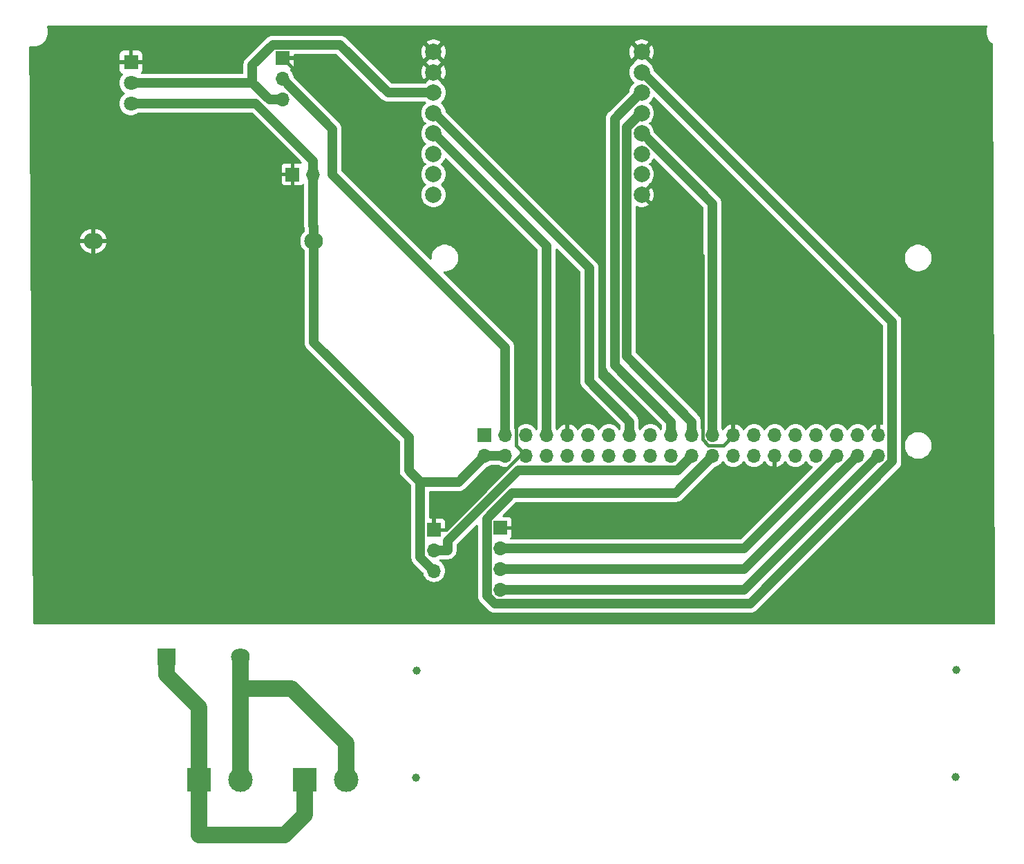
<source format=gbr>
%TF.GenerationSoftware,KiCad,Pcbnew,8.0.0*%
%TF.CreationDate,2024-08-20T19:28:26+02:00*%
%TF.ProjectId,MK1,4d4b312e-6b69-4636-9164-5f7063625858,rev?*%
%TF.SameCoordinates,Original*%
%TF.FileFunction,Copper,L2,Bot*%
%TF.FilePolarity,Positive*%
%FSLAX46Y46*%
G04 Gerber Fmt 4.6, Leading zero omitted, Abs format (unit mm)*
G04 Created by KiCad (PCBNEW 8.0.0) date 2024-08-20 19:28:26*
%MOMM*%
%LPD*%
G01*
G04 APERTURE LIST*
%TA.AperFunction,ComponentPad*%
%ADD10O,1.700000X1.700000*%
%TD*%
%TA.AperFunction,ComponentPad*%
%ADD11R,1.700000X1.700000*%
%TD*%
%TA.AperFunction,ComponentPad*%
%ADD12C,2.000000*%
%TD*%
%TA.AperFunction,ComponentPad*%
%ADD13C,3.000000*%
%TD*%
%TA.AperFunction,ComponentPad*%
%ADD14R,3.000000X3.000000*%
%TD*%
%TA.AperFunction,ComponentPad*%
%ADD15C,1.800000*%
%TD*%
%TA.AperFunction,ComponentPad*%
%ADD16R,1.800000X1.800000*%
%TD*%
%TA.AperFunction,ComponentPad*%
%ADD17O,2.300000X2.000000*%
%TD*%
%TA.AperFunction,ComponentPad*%
%ADD18R,2.300000X2.000000*%
%TD*%
%TA.AperFunction,ComponentPad*%
%ADD19C,1.000000*%
%TD*%
%TA.AperFunction,Conductor*%
%ADD20C,0.400000*%
%TD*%
%TA.AperFunction,Conductor*%
%ADD21C,1.200000*%
%TD*%
%TA.AperFunction,Conductor*%
%ADD22C,2.000000*%
%TD*%
G04 APERTURE END LIST*
D10*
%TO.P,3.3V_Relais1,1,3.3V*%
%TO.N,Net-(3.3V_Relais1-3.3V)*%
X61450000Y-27680000D03*
%TO.P,3.3V_Relais1,2,GPIO*%
%TO.N,Net-(3.3V_Relais1-GPIO)*%
X61450000Y-25140000D03*
D11*
%TO.P,3.3V_Relais1,3,GND*%
%TO.N,GND*%
X61450000Y-22600000D03*
%TD*%
D10*
%TO.P,power_out1,2,DC5V*%
%TO.N,Net-(PS1-+Vout)*%
X65195000Y-36835000D03*
D11*
%TO.P,power_out1,1,GND*%
%TO.N,GND*%
X62655000Y-36835000D03*
%TD*%
D10*
%TO.P,J1,40,GPIO21/SCLK1*%
%TO.N,Net-(J1-GPIO21{slash}SCLK1)*%
X134447500Y-71337500D03*
%TO.P,J1,39,GND*%
%TO.N,GND*%
X134447500Y-68797500D03*
%TO.P,J1,38,GPIO20/MOSI1*%
%TO.N,Net-(J1-GPIO20{slash}MOSI1)*%
X131907500Y-71337500D03*
%TO.P,J1,37,GPIO26*%
%TO.N,unconnected-(J1-GPIO26-Pad37)*%
X131907500Y-68797500D03*
%TO.P,J1,36,GPIO16*%
%TO.N,Net-(J1-GPIO16)*%
X129367500Y-71337500D03*
%TO.P,J1,35,GPIO19/MISO1*%
%TO.N,unconnected-(J1-GPIO19{slash}MISO1-Pad35)*%
X129367500Y-68797500D03*
%TO.P,J1,34,GND*%
%TO.N,GND*%
X126827500Y-71337500D03*
%TO.P,J1,33,PWM1/GPIO13*%
%TO.N,unconnected-(J1-PWM1{slash}GPIO13-Pad33)*%
X126827500Y-68797500D03*
%TO.P,J1,32,PWM0/GPIO12*%
%TO.N,unconnected-(J1-PWM0{slash}GPIO12-Pad32)*%
X124287500Y-71337500D03*
%TO.P,J1,31,GCLK2/GPIO6*%
%TO.N,unconnected-(J1-GCLK2{slash}GPIO6-Pad31)*%
X124287500Y-68797500D03*
%TO.P,J1,30,GND*%
%TO.N,GND*%
X121747500Y-71337500D03*
%TO.P,J1,29,GCLK1/GPIO5*%
%TO.N,unconnected-(J1-GCLK1{slash}GPIO5-Pad29)*%
X121747500Y-68797500D03*
%TO.P,J1,28,ID_SC/GPIO1*%
%TO.N,unconnected-(J1-ID_SC{slash}GPIO1-Pad28)*%
X119207500Y-71337500D03*
%TO.P,J1,27,ID_SD/GPIO0*%
%TO.N,unconnected-(J1-ID_SD{slash}GPIO0-Pad27)*%
X119207500Y-68797500D03*
%TO.P,J1,26,~{CE1}/GPIO7*%
%TO.N,unconnected-(J1-~{CE1}{slash}GPIO7-Pad26)*%
X116667500Y-71337500D03*
%TO.P,J1,25,GND*%
%TO.N,GND*%
X116667500Y-68797500D03*
%TO.P,J1,24,~{CE0}/GPIO8*%
%TO.N,Net-(J1-~{CE0}{slash}GPIO8)*%
X114127500Y-71337500D03*
%TO.P,J1,23,SCLK0/GPIO11*%
%TO.N,Net-(J1-SCLK0{slash}GPIO11)*%
X114127500Y-68797500D03*
%TO.P,J1,22,GPIO25*%
%TO.N,Net-(J1-GPIO25)*%
X111587500Y-71337500D03*
%TO.P,J1,21,MISO0/GPIO9*%
%TO.N,Net-(J1-MISO0{slash}GPIO9)*%
X111587500Y-68797500D03*
%TO.P,J1,20,GND*%
%TO.N,GND*%
X109047500Y-71337500D03*
%TO.P,J1,19,MOSI0/GPIO10*%
%TO.N,Net-(J1-MOSI0{slash}GPIO10)*%
X109047500Y-68797500D03*
%TO.P,J1,18,GPIO24*%
%TO.N,unconnected-(J1-GPIO24-Pad18)*%
X106507500Y-71337500D03*
%TO.P,J1,17,3V3*%
%TO.N,Net-(J1-3V3-Pad1)*%
X106507500Y-68797500D03*
%TO.P,J1,16,GPIO23*%
%TO.N,unconnected-(J1-GPIO23-Pad16)*%
X103967500Y-71337500D03*
%TO.P,J1,15,GPIO22*%
%TO.N,Net-(J1-GPIO22)*%
X103967500Y-68797500D03*
%TO.P,J1,14,GND*%
%TO.N,GND*%
X101427500Y-71337500D03*
%TO.P,J1,13,GPIO27*%
%TO.N,unconnected-(J1-GPIO27-Pad13)*%
X101427500Y-68797500D03*
%TO.P,J1,12,GPIO18/PWM0*%
%TO.N,unconnected-(J1-GPIO18{slash}PWM0-Pad12)*%
X98887500Y-71337500D03*
%TO.P,J1,11,GPIO17*%
%TO.N,unconnected-(J1-GPIO17-Pad11)*%
X98887500Y-68797500D03*
%TO.P,J1,10,GPIO15/RXD*%
%TO.N,unconnected-(J1-GPIO15{slash}RXD-Pad10)*%
X96347500Y-71337500D03*
%TO.P,J1,9,GND*%
%TO.N,GND*%
X96347500Y-68797500D03*
%TO.P,J1,8,GPIO14/TXD*%
%TO.N,unconnected-(J1-GPIO14{slash}TXD-Pad8)*%
X93807500Y-71337500D03*
%TO.P,J1,7,GCLK0/GPIO4*%
%TO.N,Net-(J1-GCLK0{slash}GPIO4)*%
X93807500Y-68797500D03*
%TO.P,J1,6,GND*%
%TO.N,GND*%
X91267500Y-71337500D03*
%TO.P,J1,5,SCL/GPIO3*%
%TO.N,unconnected-(J1-SCL{slash}GPIO3-Pad5)*%
X91267500Y-68797500D03*
%TO.P,J1,4,5V*%
%TO.N,Net-(PS1-+Vout)*%
X88727500Y-71337500D03*
%TO.P,J1,3,SDA/GPIO2*%
%TO.N,Net-(3.3V_Relais1-GPIO)*%
X88727500Y-68797500D03*
%TO.P,J1,2,5V*%
%TO.N,Net-(PS1-+Vout)*%
X86187500Y-71337500D03*
D11*
%TO.P,J1,1,3V3*%
%TO.N,Net-(J1-3V3-Pad1)*%
X86187500Y-68797500D03*
%TD*%
D12*
%TO.P,LoRa-module1,16,GND*%
%TO.N,GND*%
X105420000Y-21820000D03*
%TO.P,LoRa-module1,15,~{NSS}*%
%TO.N,Net-(J1-~{CE0}{slash}GPIO8)*%
X105420000Y-24320000D03*
%TO.P,LoRa-module1,14,MOSI*%
%TO.N,Net-(J1-MOSI0{slash}GPIO10)*%
X105420000Y-26820000D03*
%TO.P,LoRa-module1,13,MISO*%
%TO.N,Net-(J1-MISO0{slash}GPIO9)*%
X105420000Y-29320000D03*
%TO.P,LoRa-module1,12,SCK*%
%TO.N,Net-(J1-SCLK0{slash}GPIO11)*%
X105420000Y-31820000D03*
%TO.P,LoRa-module1,11,DIO5*%
%TO.N,unconnected-(LoRa-module1-DIO5-Pad11)*%
X105420000Y-34320000D03*
%TO.P,LoRa-module1,10,DIO4*%
%TO.N,unconnected-(LoRa-module1-DIO4-Pad10)*%
X105420000Y-36820000D03*
%TO.P,LoRa-module1,9,GND*%
%TO.N,GND*%
X105420000Y-39320000D03*
%TO.P,LoRa-module1,8,DIO3*%
%TO.N,unconnected-(LoRa-module1-DIO3-Pad8)*%
X79920000Y-39320000D03*
%TO.P,LoRa-module1,7,DIO2*%
%TO.N,unconnected-(LoRa-module1-DIO2-Pad7)*%
X79920000Y-36820000D03*
%TO.P,LoRa-module1,6,DIO1*%
%TO.N,unconnected-(LoRa-module1-DIO1-Pad6)*%
X79920000Y-34320000D03*
%TO.P,LoRa-module1,5,DIO0*%
%TO.N,Net-(J1-GCLK0{slash}GPIO4)*%
X79920000Y-31820000D03*
%TO.P,LoRa-module1,4,~{RESET}*%
%TO.N,Net-(J1-GPIO22)*%
X79920000Y-29320000D03*
%TO.P,LoRa-module1,3,VDD*%
%TO.N,Net-(3.3V_Relais1-3.3V)*%
X79920000Y-26820000D03*
%TO.P,LoRa-module1,2,GND*%
%TO.N,GND*%
X79920000Y-24320000D03*
%TO.P,LoRa-module1,1,GND*%
X79920000Y-21820000D03*
%TD*%
D13*
%TO.P,AC220V_inlet1,2,N*%
%TO.N,Net-(AC220V_inlet1-N)*%
X56250000Y-111060000D03*
D14*
%TO.P,AC220V_inlet1,1,AC*%
%TO.N,Net-(AC220V_inlet1-AC)*%
X51170000Y-111060000D03*
%TD*%
D15*
%TO.P,U2,3,5V_IN*%
%TO.N,Net-(PS1-+Vout)*%
X42845000Y-28155000D03*
%TO.P,U2,2,3.3V_OUT*%
%TO.N,Net-(3.3V_Relais1-3.3V)*%
X42845000Y-25615000D03*
D16*
%TO.P,U2,1,GND*%
%TO.N,GND*%
X42845000Y-23075000D03*
%TD*%
D10*
%TO.P,LED_traffic_light1,4,G*%
%TO.N,Net-(J1-GPIO21{slash}SCLK1)*%
X88120000Y-87800000D03*
%TO.P,LED_traffic_light1,3,Y*%
%TO.N,Net-(J1-GPIO20{slash}MOSI1)*%
X88120000Y-85260000D03*
%TO.P,LED_traffic_light1,2,R*%
%TO.N,Net-(J1-GPIO16)*%
X88120000Y-82720000D03*
D11*
%TO.P,LED_traffic_light1,1,GND*%
%TO.N,GND*%
X88120000Y-80180000D03*
%TD*%
D17*
%TO.P,PS1,4,+Vout*%
%TO.N,Net-(PS1-+Vout)*%
X65242500Y-44997500D03*
%TO.P,PS1,3,-Vout*%
%TO.N,GND*%
X38242500Y-44997500D03*
%TO.P,PS1,2,AC/N*%
%TO.N,Net-(AC220V_inlet1-N)*%
X56242500Y-95997500D03*
D18*
%TO.P,PS1,1,AC/L*%
%TO.N,Net-(AC220V_inlet1-AC)*%
X47242500Y-95997500D03*
%TD*%
D13*
%TO.P,AC220V_outlet1,2,N*%
%TO.N,Net-(AC220V_inlet1-N)*%
X69250000Y-111060000D03*
D14*
%TO.P,AC220V_outlet1,1,AC*%
%TO.N,Net-(AC220V_inlet1-AC)*%
X64170000Y-111060000D03*
%TD*%
D19*
%TO.P,REF\u002A\u002A,4*%
%TO.N,N/C*%
X143890000Y-110690000D03*
%TO.P,REF\u002A\u002A,3*%
X143990000Y-97590000D03*
%TO.P,REF\u002A\u002A,2*%
X77790000Y-110790000D03*
%TO.P,REF\u002A\u002A,1*%
X77890000Y-97690000D03*
%TD*%
D10*
%TO.P,temperature_sensor1,3,V_{DD}*%
%TO.N,Net-(PS1-+Vout)*%
X79990000Y-85435000D03*
%TO.P,temperature_sensor1,2,DQ*%
%TO.N,Net-(J1-GPIO25)*%
X79990000Y-82895000D03*
D11*
%TO.P,temperature_sensor1,1,GND*%
%TO.N,GND*%
X79990000Y-80355000D03*
%TD*%
D20*
%TO.N,GND*%
X112877500Y-46777500D02*
X105420000Y-39320000D01*
X115417500Y-70047500D02*
X113609733Y-70047500D01*
X113609733Y-70047500D02*
X112877500Y-69315267D01*
X112877500Y-69315267D02*
X112877500Y-46777500D01*
X116667500Y-68797500D02*
X115417500Y-70047500D01*
X81477767Y-80355000D02*
X79990000Y-80355000D01*
X91267500Y-71337500D02*
X90495267Y-71337500D01*
X90495267Y-71337500D02*
X81477767Y-80355000D01*
X76040000Y-37190000D02*
X61450000Y-22600000D01*
X80160101Y-41580000D02*
X76040000Y-41580000D01*
X84830000Y-47999060D02*
X84830000Y-41560000D01*
X89990000Y-58060000D02*
X89990000Y-53159060D01*
X90017500Y-58087500D02*
X89990000Y-58060000D01*
X84830000Y-41560000D02*
X80180101Y-41560000D01*
X76040000Y-41580000D02*
X76040000Y-37190000D01*
X90017500Y-70087500D02*
X90017500Y-58087500D01*
X89990000Y-53159060D02*
X84830000Y-47999060D01*
X80180101Y-41560000D02*
X80160101Y-41580000D01*
X91267500Y-71337500D02*
X90017500Y-70087500D01*
D21*
%TO.N,Net-(PS1-+Vout)*%
X65242500Y-57424300D02*
X65242500Y-44997500D01*
X76880000Y-73096400D02*
X76880000Y-69061800D01*
X76880000Y-69061800D02*
X65242500Y-57424300D01*
X78295100Y-74511500D02*
X76880000Y-73096400D01*
X78323600Y-74540000D02*
X78295100Y-74511500D01*
X82985000Y-74540000D02*
X78323600Y-74540000D01*
X86187500Y-71337500D02*
X82985000Y-74540000D01*
D22*
%TO.N,Net-(AC220V_inlet1-AC)*%
X47242500Y-98199200D02*
X51170000Y-102126700D01*
X51170000Y-102126700D02*
X51170000Y-111060000D01*
X47242500Y-95997500D02*
X47242500Y-98199200D01*
%TO.N,Net-(AC220V_inlet1-N)*%
X56250000Y-99860000D02*
X56250000Y-108358300D01*
X62530000Y-99860000D02*
X56250000Y-99860000D01*
X69250000Y-106580000D02*
X62530000Y-99860000D01*
X69250000Y-111060000D02*
X69250000Y-106580000D01*
%TO.N,Net-(AC220V_inlet1-AC)*%
X51170000Y-117850000D02*
X51170000Y-111060000D01*
X61710000Y-117850000D02*
X51170000Y-117850000D01*
X64170000Y-111060000D02*
X64170000Y-115390000D01*
X64170000Y-115390000D02*
X61710000Y-117850000D01*
D21*
%TO.N,Net-(J1-GPIO25)*%
X79990000Y-82895000D02*
X81641700Y-82895000D01*
X81641700Y-81787700D02*
X81641700Y-82895000D01*
X90325100Y-73104300D02*
X81641700Y-81787700D01*
X109820700Y-73104300D02*
X90325100Y-73104300D01*
X111587500Y-71337500D02*
X109820700Y-73104300D01*
%TO.N,Net-(J1-GPIO21{slash}SCLK1)*%
X117985000Y-87800000D02*
X88120000Y-87800000D01*
X134447500Y-71337500D02*
X117985000Y-87800000D01*
%TO.N,Net-(J1-GPIO16)*%
X117985000Y-82720000D02*
X129367500Y-71337500D01*
X88120000Y-82720000D02*
X117985000Y-82720000D01*
%TO.N,Net-(J1-GPIO20{slash}MOSI1)*%
X117985000Y-85260000D02*
X131907500Y-71337500D01*
X88120000Y-85260000D02*
X117985000Y-85260000D01*
%TO.N,Net-(PS1-+Vout)*%
X58166700Y-28155000D02*
X65195000Y-35183300D01*
X42845000Y-28155000D02*
X58166700Y-28155000D01*
X65195000Y-36835000D02*
X65195000Y-35183300D01*
X86187500Y-71337500D02*
X88727500Y-71337500D01*
X78295100Y-83740100D02*
X78295100Y-74511500D01*
X79990000Y-85435000D02*
X78295100Y-83740100D01*
X65195000Y-36835000D02*
X65195000Y-38486700D01*
X65195000Y-43148300D02*
X65195000Y-38486700D01*
X65242500Y-43195800D02*
X65195000Y-43148300D01*
X65242500Y-44997500D02*
X65242500Y-43195800D01*
D22*
%TO.N,Net-(AC220V_inlet1-N)*%
X56242500Y-95997500D02*
X56242500Y-98199200D01*
X56250000Y-98206700D02*
X56250000Y-108358300D01*
X56242500Y-98199200D02*
X56250000Y-98206700D01*
X56250000Y-108358300D02*
X56250000Y-111060000D01*
D21*
%TO.N,Net-(J1-SCLK0{slash}GPIO11)*%
X114127500Y-40415000D02*
X114127500Y-68797500D01*
X105532500Y-31820000D02*
X114127500Y-40415000D01*
X105420000Y-31820000D02*
X105532500Y-31820000D01*
%TO.N,Net-(3.3V_Relais1-GPIO)*%
X67556500Y-31246500D02*
X61450000Y-25140000D01*
X67556500Y-36862800D02*
X67556500Y-31246500D01*
X88727500Y-58033800D02*
X67556500Y-36862800D01*
X88727500Y-68797500D02*
X88727500Y-58033800D01*
%TO.N,Net-(3.3V_Relais1-3.3V)*%
X61450000Y-27680000D02*
X59798300Y-27680000D01*
X42845000Y-25615000D02*
X57733300Y-25615000D01*
X57733300Y-25615000D02*
X59798300Y-27680000D01*
X74349300Y-26820000D02*
X79920000Y-26820000D01*
X68477600Y-20948300D02*
X74349300Y-26820000D01*
X60212400Y-20948300D02*
X68477600Y-20948300D01*
X57733300Y-23427400D02*
X60212400Y-20948300D01*
X57733300Y-25615000D02*
X57733300Y-23427400D01*
%TO.N,Net-(J1-~{CE0}{slash}GPIO8)*%
X109577100Y-75887900D02*
X114127500Y-71337500D01*
X89578300Y-75887900D02*
X109577100Y-75887900D01*
X86468300Y-78997900D02*
X89578300Y-75887900D01*
X86468300Y-88497200D02*
X86468300Y-78997900D01*
X87433500Y-89462400D02*
X86468300Y-88497200D01*
X118734000Y-89462400D02*
X87433500Y-89462400D01*
X136143800Y-72052600D02*
X118734000Y-89462400D01*
X136143800Y-54921700D02*
X136143800Y-72052600D01*
X105542100Y-24320000D02*
X136143800Y-54921700D01*
X105420000Y-24320000D02*
X105542100Y-24320000D01*
%TO.N,Net-(J1-GPIO22)*%
X103967500Y-68797500D02*
X103967500Y-67145800D01*
X99033600Y-62211900D02*
X103967500Y-67145800D01*
X99033600Y-48323200D02*
X99033600Y-62211900D01*
X80030400Y-29320000D02*
X99033600Y-48323200D01*
X79920000Y-29320000D02*
X80030400Y-29320000D01*
%TO.N,Net-(J1-GCLK0{slash}GPIO4)*%
X93807500Y-45622700D02*
X93807500Y-68797500D01*
X80004800Y-31820000D02*
X93807500Y-45622700D01*
X79920000Y-31820000D02*
X80004800Y-31820000D01*
%TO.N,Net-(J1-MOSI0{slash}GPIO10)*%
X109047500Y-68797500D02*
X109047500Y-67145800D01*
X105319400Y-26820000D02*
X105420000Y-26820000D01*
X102161700Y-29977700D02*
X105319400Y-26820000D01*
X102161700Y-60260000D02*
X102161700Y-29977700D01*
X109047500Y-67145800D02*
X102161700Y-60260000D01*
%TO.N,Net-(J1-MISO0{slash}GPIO9)*%
X111587500Y-68797500D02*
X111587500Y-67145800D01*
X105355100Y-29320000D02*
X105420000Y-29320000D01*
X103605200Y-31069900D02*
X105355100Y-29320000D01*
X103605200Y-59163500D02*
X103605200Y-31069900D01*
X111587500Y-67145800D02*
X103605200Y-59163500D01*
%TD*%
%TA.AperFunction,Conductor*%
%TO.N,GND*%
G36*
X121997500Y-72668133D02*
G01*
X122210983Y-72610933D01*
X122210992Y-72610929D01*
X122425078Y-72511100D01*
X122618582Y-72375605D01*
X122785605Y-72208582D01*
X122915619Y-72022905D01*
X122970196Y-71979281D01*
X123039695Y-71972088D01*
X123102049Y-72003610D01*
X123118769Y-72022905D01*
X123249005Y-72208901D01*
X123416099Y-72375995D01*
X123504651Y-72438000D01*
X123609665Y-72511532D01*
X123609667Y-72511533D01*
X123609670Y-72511535D01*
X123823837Y-72611403D01*
X124052092Y-72672563D01*
X124240418Y-72689039D01*
X124287499Y-72693159D01*
X124287500Y-72693159D01*
X124287501Y-72693159D01*
X124326734Y-72689726D01*
X124522908Y-72672563D01*
X124751163Y-72611403D01*
X124965330Y-72511535D01*
X125158901Y-72375995D01*
X125325995Y-72208901D01*
X125456230Y-72022905D01*
X125510807Y-71979281D01*
X125580305Y-71972087D01*
X125642660Y-72003610D01*
X125659379Y-72022905D01*
X125789390Y-72208578D01*
X125956417Y-72375605D01*
X126149922Y-72511100D01*
X126149924Y-72511101D01*
X126321982Y-72591333D01*
X126374422Y-72637505D01*
X126393574Y-72704698D01*
X126373358Y-72771580D01*
X126357259Y-72791396D01*
X117565477Y-81583181D01*
X117504154Y-81616666D01*
X117477796Y-81619500D01*
X89389418Y-81619500D01*
X89322379Y-81599815D01*
X89276624Y-81547011D01*
X89266680Y-81477853D01*
X89295705Y-81414297D01*
X89315107Y-81396234D01*
X89327187Y-81387190D01*
X89327190Y-81387187D01*
X89413350Y-81272093D01*
X89413354Y-81272086D01*
X89463596Y-81137379D01*
X89463598Y-81137372D01*
X89469999Y-81077844D01*
X89470000Y-81077827D01*
X89470000Y-80430000D01*
X88553012Y-80430000D01*
X88585925Y-80372993D01*
X88620000Y-80245826D01*
X88620000Y-80114174D01*
X88585925Y-79987007D01*
X88553012Y-79930000D01*
X89470000Y-79930000D01*
X89470000Y-79282172D01*
X89469999Y-79282155D01*
X89463598Y-79222627D01*
X89463596Y-79222620D01*
X89413354Y-79087913D01*
X89413350Y-79087906D01*
X89327190Y-78972812D01*
X89327187Y-78972809D01*
X89212093Y-78886649D01*
X89212086Y-78886645D01*
X89077379Y-78836403D01*
X89077372Y-78836401D01*
X89017844Y-78830000D01*
X88491904Y-78830000D01*
X88424865Y-78810315D01*
X88379110Y-78757511D01*
X88369166Y-78688353D01*
X88398191Y-78624797D01*
X88404223Y-78618319D01*
X89997823Y-77024719D01*
X90059146Y-76991234D01*
X90085504Y-76988400D01*
X109663710Y-76988400D01*
X109663711Y-76988400D01*
X109834801Y-76961302D01*
X109999545Y-76907773D01*
X110153888Y-76829132D01*
X110294028Y-76727314D01*
X114320113Y-72701227D01*
X114375696Y-72669136D01*
X114591163Y-72611403D01*
X114805330Y-72511535D01*
X114998901Y-72375995D01*
X115165995Y-72208901D01*
X115295925Y-72023342D01*
X115350502Y-71979717D01*
X115420000Y-71972523D01*
X115482355Y-72004046D01*
X115499075Y-72023342D01*
X115628781Y-72208582D01*
X115629005Y-72208901D01*
X115796099Y-72375995D01*
X115884651Y-72438000D01*
X115989665Y-72511532D01*
X115989667Y-72511533D01*
X115989670Y-72511535D01*
X116203837Y-72611403D01*
X116432092Y-72672563D01*
X116620418Y-72689039D01*
X116667499Y-72693159D01*
X116667500Y-72693159D01*
X116667501Y-72693159D01*
X116706734Y-72689726D01*
X116902908Y-72672563D01*
X117131163Y-72611403D01*
X117345330Y-72511535D01*
X117538901Y-72375995D01*
X117705995Y-72208901D01*
X117835925Y-72023342D01*
X117890502Y-71979717D01*
X117960000Y-71972523D01*
X118022355Y-72004046D01*
X118039075Y-72023342D01*
X118168781Y-72208582D01*
X118169005Y-72208901D01*
X118336099Y-72375995D01*
X118424651Y-72438000D01*
X118529665Y-72511532D01*
X118529667Y-72511533D01*
X118529670Y-72511535D01*
X118743837Y-72611403D01*
X118972092Y-72672563D01*
X119160418Y-72689039D01*
X119207499Y-72693159D01*
X119207500Y-72693159D01*
X119207501Y-72693159D01*
X119246734Y-72689726D01*
X119442908Y-72672563D01*
X119671163Y-72611403D01*
X119885330Y-72511535D01*
X120078901Y-72375995D01*
X120245995Y-72208901D01*
X120376230Y-72022905D01*
X120430807Y-71979281D01*
X120500305Y-71972087D01*
X120562660Y-72003610D01*
X120579379Y-72022905D01*
X120709390Y-72208578D01*
X120876417Y-72375605D01*
X121069921Y-72511100D01*
X121284007Y-72610929D01*
X121284016Y-72610933D01*
X121497500Y-72668134D01*
X121497500Y-71770512D01*
X121554507Y-71803425D01*
X121681674Y-71837500D01*
X121813326Y-71837500D01*
X121940493Y-71803425D01*
X121997500Y-71770512D01*
X121997500Y-72668133D01*
G37*
%TD.AperFunction*%
%TA.AperFunction,Conductor*%
G36*
X87972593Y-72457685D02*
G01*
X87976660Y-72460413D01*
X88049670Y-72511535D01*
X88263837Y-72611403D01*
X88492092Y-72672563D01*
X88680418Y-72689039D01*
X88727499Y-72693159D01*
X88727500Y-72693159D01*
X88883885Y-72679476D01*
X88952382Y-72693242D01*
X89002565Y-72741857D01*
X89018499Y-72809885D01*
X88995124Y-72875729D01*
X88982371Y-72890685D01*
X81551681Y-80321376D01*
X81490358Y-80354861D01*
X81420666Y-80349877D01*
X81364733Y-80308005D01*
X81340316Y-80242541D01*
X81340000Y-80233695D01*
X81340000Y-79457172D01*
X81339999Y-79457155D01*
X81333598Y-79397627D01*
X81333596Y-79397620D01*
X81283354Y-79262913D01*
X81283350Y-79262906D01*
X81197190Y-79147812D01*
X81197187Y-79147809D01*
X81082093Y-79061649D01*
X81082086Y-79061645D01*
X80947379Y-79011403D01*
X80947372Y-79011401D01*
X80887844Y-79005000D01*
X80240000Y-79005000D01*
X80240000Y-79921988D01*
X80182993Y-79889075D01*
X80055826Y-79855000D01*
X79924174Y-79855000D01*
X79797007Y-79889075D01*
X79740000Y-79921988D01*
X79740000Y-79005000D01*
X79519600Y-79005000D01*
X79452561Y-78985315D01*
X79406806Y-78932511D01*
X79395600Y-78881000D01*
X79395600Y-75764500D01*
X79415285Y-75697461D01*
X79468089Y-75651706D01*
X79519600Y-75640500D01*
X83071610Y-75640500D01*
X83071611Y-75640500D01*
X83242701Y-75613402D01*
X83407445Y-75559873D01*
X83561788Y-75481232D01*
X83701928Y-75379414D01*
X86380113Y-72701227D01*
X86435696Y-72669136D01*
X86651163Y-72611403D01*
X86865330Y-72511535D01*
X86938323Y-72460424D01*
X87004529Y-72438098D01*
X87009446Y-72438000D01*
X87905554Y-72438000D01*
X87972593Y-72457685D01*
G37*
%TD.AperFunction*%
%TA.AperFunction,Conductor*%
G36*
X95113203Y-45959591D02*
G01*
X95119681Y-45965623D01*
X97896781Y-48742723D01*
X97930266Y-48804046D01*
X97933100Y-48830404D01*
X97933100Y-62125289D01*
X97933100Y-62298511D01*
X97960198Y-62469601D01*
X98013727Y-62634345D01*
X98092368Y-62788688D01*
X98194186Y-62928828D01*
X98194188Y-62928830D01*
X102830681Y-67565323D01*
X102864166Y-67626646D01*
X102867000Y-67653004D01*
X102867000Y-67975554D01*
X102847315Y-68042593D01*
X102844589Y-68046656D01*
X102799073Y-68111660D01*
X102744499Y-68155284D01*
X102675001Y-68162478D01*
X102612646Y-68130956D01*
X102595925Y-68111659D01*
X102465994Y-67926097D01*
X102298902Y-67759006D01*
X102298895Y-67759001D01*
X102105334Y-67623467D01*
X102105330Y-67623465D01*
X102099960Y-67620961D01*
X101891163Y-67523597D01*
X101891159Y-67523596D01*
X101891155Y-67523594D01*
X101662913Y-67462438D01*
X101662903Y-67462436D01*
X101427501Y-67441841D01*
X101427499Y-67441841D01*
X101192096Y-67462436D01*
X101192086Y-67462438D01*
X100963844Y-67523594D01*
X100963837Y-67523596D01*
X100963837Y-67523597D01*
X100950316Y-67529901D01*
X100749671Y-67623464D01*
X100749669Y-67623465D01*
X100556097Y-67759005D01*
X100389005Y-67926097D01*
X100259075Y-68111658D01*
X100204498Y-68155283D01*
X100135000Y-68162477D01*
X100072645Y-68130954D01*
X100055925Y-68111658D01*
X99925994Y-67926097D01*
X99758902Y-67759006D01*
X99758895Y-67759001D01*
X99565334Y-67623467D01*
X99565330Y-67623465D01*
X99559960Y-67620961D01*
X99351163Y-67523597D01*
X99351159Y-67523596D01*
X99351155Y-67523594D01*
X99122913Y-67462438D01*
X99122903Y-67462436D01*
X98887501Y-67441841D01*
X98887499Y-67441841D01*
X98652096Y-67462436D01*
X98652086Y-67462438D01*
X98423844Y-67523594D01*
X98423837Y-67523596D01*
X98423837Y-67523597D01*
X98410316Y-67529901D01*
X98209671Y-67623464D01*
X98209669Y-67623465D01*
X98016097Y-67759005D01*
X97849008Y-67926094D01*
X97718769Y-68112095D01*
X97664192Y-68155719D01*
X97594693Y-68162912D01*
X97532339Y-68131390D01*
X97515619Y-68112094D01*
X97385613Y-67926426D01*
X97385608Y-67926420D01*
X97218582Y-67759394D01*
X97025078Y-67623899D01*
X96810992Y-67524070D01*
X96810986Y-67524067D01*
X96597500Y-67466864D01*
X96597500Y-68364488D01*
X96540493Y-68331575D01*
X96413326Y-68297500D01*
X96281674Y-68297500D01*
X96154507Y-68331575D01*
X96097500Y-68364488D01*
X96097500Y-67466864D01*
X96097499Y-67466864D01*
X95884013Y-67524067D01*
X95884007Y-67524070D01*
X95669922Y-67623899D01*
X95669920Y-67623900D01*
X95476426Y-67759386D01*
X95476420Y-67759391D01*
X95309391Y-67926420D01*
X95309386Y-67926427D01*
X95179380Y-68112095D01*
X95124803Y-68155720D01*
X95055305Y-68162914D01*
X94992950Y-68131391D01*
X94976230Y-68112095D01*
X94930424Y-68046676D01*
X94908097Y-67980470D01*
X94908000Y-67975554D01*
X94908000Y-46053304D01*
X94927685Y-45986265D01*
X94980489Y-45940510D01*
X95049647Y-45930566D01*
X95113203Y-45959591D01*
G37*
%TD.AperFunction*%
%TA.AperFunction,Conductor*%
G36*
X106989990Y-27328819D02*
G01*
X107012208Y-27346450D01*
X135006981Y-55341223D01*
X135040466Y-55402546D01*
X135043300Y-55428904D01*
X135043300Y-67397920D01*
X135023615Y-67464959D01*
X134970811Y-67510714D01*
X134901653Y-67520658D01*
X134887207Y-67517695D01*
X134697500Y-67466863D01*
X134697500Y-68364488D01*
X134640493Y-68331575D01*
X134513326Y-68297500D01*
X134381674Y-68297500D01*
X134254507Y-68331575D01*
X134197500Y-68364488D01*
X134197500Y-67466864D01*
X134197499Y-67466864D01*
X133984013Y-67524067D01*
X133984007Y-67524070D01*
X133769922Y-67623899D01*
X133769920Y-67623900D01*
X133576426Y-67759386D01*
X133576420Y-67759391D01*
X133409391Y-67926420D01*
X133409390Y-67926422D01*
X133279380Y-68112095D01*
X133224803Y-68155719D01*
X133155304Y-68162912D01*
X133092950Y-68131390D01*
X133076230Y-68112094D01*
X132945994Y-67926097D01*
X132778902Y-67759006D01*
X132778895Y-67759001D01*
X132585334Y-67623467D01*
X132585330Y-67623465D01*
X132579960Y-67620961D01*
X132371163Y-67523597D01*
X132371159Y-67523596D01*
X132371155Y-67523594D01*
X132142913Y-67462438D01*
X132142903Y-67462436D01*
X131907501Y-67441841D01*
X131907499Y-67441841D01*
X131672096Y-67462436D01*
X131672086Y-67462438D01*
X131443844Y-67523594D01*
X131443837Y-67523596D01*
X131443837Y-67523597D01*
X131430316Y-67529901D01*
X131229671Y-67623464D01*
X131229669Y-67623465D01*
X131036097Y-67759005D01*
X130869005Y-67926097D01*
X130739075Y-68111658D01*
X130684498Y-68155283D01*
X130615000Y-68162477D01*
X130552645Y-68130954D01*
X130535925Y-68111658D01*
X130405994Y-67926097D01*
X130238902Y-67759006D01*
X130238895Y-67759001D01*
X130045334Y-67623467D01*
X130045330Y-67623465D01*
X130039960Y-67620961D01*
X129831163Y-67523597D01*
X129831159Y-67523596D01*
X129831155Y-67523594D01*
X129602913Y-67462438D01*
X129602903Y-67462436D01*
X129367501Y-67441841D01*
X129367499Y-67441841D01*
X129132096Y-67462436D01*
X129132086Y-67462438D01*
X128903844Y-67523594D01*
X128903837Y-67523596D01*
X128903837Y-67523597D01*
X128890316Y-67529901D01*
X128689671Y-67623464D01*
X128689669Y-67623465D01*
X128496097Y-67759005D01*
X128329005Y-67926097D01*
X128199075Y-68111658D01*
X128144498Y-68155283D01*
X128075000Y-68162477D01*
X128012645Y-68130954D01*
X127995925Y-68111658D01*
X127865994Y-67926097D01*
X127698902Y-67759006D01*
X127698895Y-67759001D01*
X127505334Y-67623467D01*
X127505330Y-67623465D01*
X127499960Y-67620961D01*
X127291163Y-67523597D01*
X127291159Y-67523596D01*
X127291155Y-67523594D01*
X127062913Y-67462438D01*
X127062903Y-67462436D01*
X126827501Y-67441841D01*
X126827499Y-67441841D01*
X126592096Y-67462436D01*
X126592086Y-67462438D01*
X126363844Y-67523594D01*
X126363837Y-67523596D01*
X126363837Y-67523597D01*
X126350316Y-67529901D01*
X126149671Y-67623464D01*
X126149669Y-67623465D01*
X125956097Y-67759005D01*
X125789005Y-67926097D01*
X125659075Y-68111658D01*
X125604498Y-68155283D01*
X125535000Y-68162477D01*
X125472645Y-68130954D01*
X125455925Y-68111658D01*
X125325994Y-67926097D01*
X125158902Y-67759006D01*
X125158895Y-67759001D01*
X124965334Y-67623467D01*
X124965330Y-67623465D01*
X124959960Y-67620961D01*
X124751163Y-67523597D01*
X124751159Y-67523596D01*
X124751155Y-67523594D01*
X124522913Y-67462438D01*
X124522903Y-67462436D01*
X124287501Y-67441841D01*
X124287499Y-67441841D01*
X124052096Y-67462436D01*
X124052086Y-67462438D01*
X123823844Y-67523594D01*
X123823837Y-67523596D01*
X123823837Y-67523597D01*
X123810316Y-67529901D01*
X123609671Y-67623464D01*
X123609669Y-67623465D01*
X123416097Y-67759005D01*
X123249005Y-67926097D01*
X123119075Y-68111658D01*
X123064498Y-68155283D01*
X122995000Y-68162477D01*
X122932645Y-68130954D01*
X122915925Y-68111658D01*
X122785994Y-67926097D01*
X122618902Y-67759006D01*
X122618895Y-67759001D01*
X122425334Y-67623467D01*
X122425330Y-67623465D01*
X122419960Y-67620961D01*
X122211163Y-67523597D01*
X122211159Y-67523596D01*
X122211155Y-67523594D01*
X121982913Y-67462438D01*
X121982903Y-67462436D01*
X121747501Y-67441841D01*
X121747499Y-67441841D01*
X121512096Y-67462436D01*
X121512086Y-67462438D01*
X121283844Y-67523594D01*
X121283837Y-67523596D01*
X121283837Y-67523597D01*
X121270316Y-67529901D01*
X121069671Y-67623464D01*
X121069669Y-67623465D01*
X120876097Y-67759005D01*
X120709005Y-67926097D01*
X120579075Y-68111658D01*
X120524498Y-68155283D01*
X120455000Y-68162477D01*
X120392645Y-68130954D01*
X120375925Y-68111658D01*
X120245994Y-67926097D01*
X120078902Y-67759006D01*
X120078895Y-67759001D01*
X119885334Y-67623467D01*
X119885330Y-67623465D01*
X119879960Y-67620961D01*
X119671163Y-67523597D01*
X119671159Y-67523596D01*
X119671155Y-67523594D01*
X119442913Y-67462438D01*
X119442903Y-67462436D01*
X119207501Y-67441841D01*
X119207499Y-67441841D01*
X118972096Y-67462436D01*
X118972086Y-67462438D01*
X118743844Y-67523594D01*
X118743837Y-67523596D01*
X118743837Y-67523597D01*
X118730316Y-67529901D01*
X118529671Y-67623464D01*
X118529669Y-67623465D01*
X118336097Y-67759005D01*
X118169008Y-67926094D01*
X118038769Y-68112095D01*
X117984192Y-68155719D01*
X117914693Y-68162912D01*
X117852339Y-68131390D01*
X117835619Y-68112094D01*
X117705613Y-67926426D01*
X117705608Y-67926420D01*
X117538582Y-67759394D01*
X117345078Y-67623899D01*
X117130992Y-67524070D01*
X117130986Y-67524067D01*
X116917500Y-67466864D01*
X116917500Y-68364488D01*
X116860493Y-68331575D01*
X116733326Y-68297500D01*
X116601674Y-68297500D01*
X116474507Y-68331575D01*
X116417500Y-68364488D01*
X116417500Y-67466864D01*
X116417499Y-67466864D01*
X116204013Y-67524067D01*
X116204007Y-67524070D01*
X115989922Y-67623899D01*
X115989920Y-67623900D01*
X115796426Y-67759386D01*
X115796420Y-67759391D01*
X115629391Y-67926420D01*
X115629386Y-67926427D01*
X115499380Y-68112095D01*
X115444803Y-68155720D01*
X115375305Y-68162914D01*
X115312950Y-68131391D01*
X115296230Y-68112095D01*
X115250424Y-68046676D01*
X115228097Y-67980470D01*
X115228000Y-67975554D01*
X115228000Y-40328385D01*
X115220661Y-40282053D01*
X115220661Y-40282051D01*
X115200903Y-40157299D01*
X115147373Y-39992555D01*
X115129655Y-39957782D01*
X115068732Y-39838212D01*
X115068730Y-39838209D01*
X115068729Y-39838207D01*
X115030743Y-39785925D01*
X114966914Y-39698072D01*
X114844428Y-39575586D01*
X106943040Y-31674198D01*
X106909555Y-31612875D01*
X106907144Y-31596756D01*
X106905108Y-31572179D01*
X106844063Y-31331119D01*
X106768954Y-31159889D01*
X106744173Y-31103393D01*
X106608166Y-30895217D01*
X106579100Y-30863643D01*
X106439744Y-30712262D01*
X106382685Y-30667851D01*
X106341874Y-30611143D01*
X106338199Y-30541370D01*
X106372830Y-30480687D01*
X106382675Y-30472156D01*
X106439744Y-30427738D01*
X106608164Y-30244785D01*
X106744173Y-30036607D01*
X106844063Y-29808881D01*
X106905108Y-29567821D01*
X106906129Y-29555500D01*
X106925643Y-29320005D01*
X106925643Y-29319994D01*
X106905109Y-29072187D01*
X106905107Y-29072175D01*
X106844063Y-28831118D01*
X106744173Y-28603393D01*
X106608166Y-28395217D01*
X106573749Y-28357830D01*
X106439744Y-28212262D01*
X106382685Y-28167851D01*
X106341874Y-28111143D01*
X106338199Y-28041370D01*
X106372830Y-27980687D01*
X106382675Y-27972156D01*
X106439744Y-27927738D01*
X106608164Y-27744785D01*
X106744173Y-27536607D01*
X106810972Y-27384318D01*
X106855927Y-27330835D01*
X106922662Y-27310145D01*
X106989990Y-27328819D01*
G37*
%TD.AperFunction*%
%TA.AperFunction,Conductor*%
G36*
X68037435Y-22068485D02*
G01*
X68058077Y-22085119D01*
X73632372Y-27659414D01*
X73772512Y-27761232D01*
X73926855Y-27839873D01*
X74091599Y-27893402D01*
X74262689Y-27920500D01*
X74435911Y-27920500D01*
X78848388Y-27920500D01*
X78915427Y-27940185D01*
X78924542Y-27946641D01*
X78957313Y-27972147D01*
X78998126Y-28028858D01*
X79001799Y-28098631D01*
X78967168Y-28159314D01*
X78957317Y-28167848D01*
X78934136Y-28185892D01*
X78900257Y-28212261D01*
X78731833Y-28395217D01*
X78595826Y-28603393D01*
X78495936Y-28831118D01*
X78434892Y-29072175D01*
X78434890Y-29072187D01*
X78414357Y-29319994D01*
X78414357Y-29320005D01*
X78434890Y-29567812D01*
X78434892Y-29567824D01*
X78495936Y-29808881D01*
X78595826Y-30036606D01*
X78731833Y-30244782D01*
X78731836Y-30244785D01*
X78900256Y-30427738D01*
X78957312Y-30472147D01*
X78998125Y-30528857D01*
X79001800Y-30598630D01*
X78967169Y-30659313D01*
X78957317Y-30667848D01*
X78917283Y-30699008D01*
X78900257Y-30712261D01*
X78731833Y-30895217D01*
X78595826Y-31103393D01*
X78495936Y-31331118D01*
X78434892Y-31572175D01*
X78434890Y-31572187D01*
X78414357Y-31819994D01*
X78414357Y-31820005D01*
X78434890Y-32067812D01*
X78434892Y-32067824D01*
X78495936Y-32308881D01*
X78595826Y-32536606D01*
X78731833Y-32744782D01*
X78731836Y-32744785D01*
X78900256Y-32927738D01*
X78957312Y-32972147D01*
X78998125Y-33028857D01*
X79001800Y-33098630D01*
X78967169Y-33159313D01*
X78957317Y-33167848D01*
X78917283Y-33199008D01*
X78900257Y-33212261D01*
X78731833Y-33395217D01*
X78595826Y-33603393D01*
X78495936Y-33831118D01*
X78434892Y-34072175D01*
X78434890Y-34072187D01*
X78414357Y-34319994D01*
X78414357Y-34320005D01*
X78434890Y-34567812D01*
X78434892Y-34567824D01*
X78495936Y-34808881D01*
X78595826Y-35036606D01*
X78731833Y-35244782D01*
X78731836Y-35244785D01*
X78900256Y-35427738D01*
X78957312Y-35472147D01*
X78998125Y-35528857D01*
X79001800Y-35598630D01*
X78967169Y-35659313D01*
X78957317Y-35667848D01*
X78917283Y-35699008D01*
X78900257Y-35712261D01*
X78731833Y-35895217D01*
X78595826Y-36103393D01*
X78495936Y-36331118D01*
X78434892Y-36572175D01*
X78434890Y-36572187D01*
X78414357Y-36819994D01*
X78414357Y-36820005D01*
X78434890Y-37067812D01*
X78434892Y-37067824D01*
X78495936Y-37308881D01*
X78595826Y-37536606D01*
X78731833Y-37744782D01*
X78731836Y-37744785D01*
X78900256Y-37927738D01*
X78957312Y-37972147D01*
X78998125Y-38028857D01*
X79001800Y-38098630D01*
X78967169Y-38159313D01*
X78957317Y-38167848D01*
X78935282Y-38185000D01*
X78900257Y-38212261D01*
X78731833Y-38395217D01*
X78595826Y-38603393D01*
X78495936Y-38831118D01*
X78434892Y-39072175D01*
X78434890Y-39072187D01*
X78414357Y-39319994D01*
X78414357Y-39320005D01*
X78434890Y-39567812D01*
X78434892Y-39567824D01*
X78495936Y-39808881D01*
X78595826Y-40036606D01*
X78731833Y-40244782D01*
X78731836Y-40244785D01*
X78900256Y-40427738D01*
X79096491Y-40580474D01*
X79096493Y-40580475D01*
X79314332Y-40698364D01*
X79315190Y-40698828D01*
X79514770Y-40767344D01*
X79548964Y-40779083D01*
X79550386Y-40779571D01*
X79795665Y-40820500D01*
X80044335Y-40820500D01*
X80289614Y-40779571D01*
X80524810Y-40698828D01*
X80743509Y-40580474D01*
X80939744Y-40427738D01*
X81108164Y-40244785D01*
X81244173Y-40036607D01*
X81344063Y-39808881D01*
X81405108Y-39567821D01*
X81425643Y-39320000D01*
X81422052Y-39276666D01*
X81405109Y-39072187D01*
X81405107Y-39072175D01*
X81344063Y-38831118D01*
X81244173Y-38603393D01*
X81108166Y-38395217D01*
X81001706Y-38279571D01*
X80939744Y-38212262D01*
X80882685Y-38167851D01*
X80841874Y-38111143D01*
X80838199Y-38041370D01*
X80872830Y-37980687D01*
X80882675Y-37972156D01*
X80939744Y-37927738D01*
X81108164Y-37744785D01*
X81244173Y-37536607D01*
X81344063Y-37308881D01*
X81405108Y-37067821D01*
X81405109Y-37067812D01*
X81425643Y-36820005D01*
X81425643Y-36819994D01*
X81405109Y-36572187D01*
X81405107Y-36572175D01*
X81344063Y-36331118D01*
X81244173Y-36103393D01*
X81108166Y-35895217D01*
X80967960Y-35742913D01*
X80939744Y-35712262D01*
X80882685Y-35667851D01*
X80841874Y-35611143D01*
X80838199Y-35541370D01*
X80872830Y-35480687D01*
X80882675Y-35472156D01*
X80939744Y-35427738D01*
X81108164Y-35244785D01*
X81244173Y-35036607D01*
X81299599Y-34910246D01*
X81344553Y-34856763D01*
X81411289Y-34836072D01*
X81478617Y-34854746D01*
X81500835Y-34872377D01*
X92670681Y-46042223D01*
X92704166Y-46103546D01*
X92707000Y-46129904D01*
X92707000Y-67975554D01*
X92687315Y-68042593D01*
X92684589Y-68046656D01*
X92639073Y-68111660D01*
X92584499Y-68155284D01*
X92515001Y-68162478D01*
X92452646Y-68130956D01*
X92435925Y-68111659D01*
X92305994Y-67926097D01*
X92138902Y-67759006D01*
X92138895Y-67759001D01*
X91945334Y-67623467D01*
X91945330Y-67623465D01*
X91939960Y-67620961D01*
X91731163Y-67523597D01*
X91731159Y-67523596D01*
X91731155Y-67523594D01*
X91502913Y-67462438D01*
X91502903Y-67462436D01*
X91267501Y-67441841D01*
X91267499Y-67441841D01*
X91032096Y-67462436D01*
X91032086Y-67462438D01*
X90803844Y-67523594D01*
X90803837Y-67523596D01*
X90803837Y-67523597D01*
X90790316Y-67529901D01*
X90589671Y-67623464D01*
X90589669Y-67623465D01*
X90396097Y-67759005D01*
X90229008Y-67926094D01*
X90099074Y-68111660D01*
X90044497Y-68155284D01*
X89974998Y-68162477D01*
X89912644Y-68130955D01*
X89895924Y-68111658D01*
X89850425Y-68046677D01*
X89850424Y-68046675D01*
X89828097Y-67980469D01*
X89828000Y-67975554D01*
X89828000Y-57947189D01*
X89800902Y-57776099D01*
X89747373Y-57611354D01*
X89747371Y-57611351D01*
X89747371Y-57611349D01*
X89668731Y-57457011D01*
X89566914Y-57316872D01*
X81154723Y-48904681D01*
X81121238Y-48843358D01*
X81126222Y-48773666D01*
X81168094Y-48717733D01*
X81233558Y-48693316D01*
X81242404Y-48693000D01*
X81445429Y-48693000D01*
X81445430Y-48693000D01*
X81698139Y-48652974D01*
X81941475Y-48573910D01*
X82169447Y-48457752D01*
X82376442Y-48307362D01*
X82557362Y-48126442D01*
X82707752Y-47919447D01*
X82823910Y-47691475D01*
X82902974Y-47448139D01*
X82943000Y-47195430D01*
X82943000Y-46939570D01*
X82902974Y-46686861D01*
X82863442Y-46565193D01*
X82823911Y-46443527D01*
X82823910Y-46443524D01*
X82740800Y-46280414D01*
X82707752Y-46215553D01*
X82626375Y-46103546D01*
X82557367Y-46008564D01*
X82557363Y-46008559D01*
X82376440Y-45827636D01*
X82376435Y-45827632D01*
X82169450Y-45677250D01*
X82169449Y-45677249D01*
X82169447Y-45677248D01*
X82062040Y-45622521D01*
X81941475Y-45561089D01*
X81941472Y-45561088D01*
X81698140Y-45482026D01*
X81571784Y-45462013D01*
X81445430Y-45442000D01*
X81189570Y-45442000D01*
X81105333Y-45455342D01*
X80936859Y-45482026D01*
X80693527Y-45561088D01*
X80693524Y-45561089D01*
X80465549Y-45677250D01*
X80258564Y-45827632D01*
X80258559Y-45827636D01*
X80077636Y-46008559D01*
X80077632Y-46008564D01*
X79927250Y-46215549D01*
X79811089Y-46443524D01*
X79811088Y-46443527D01*
X79732026Y-46686859D01*
X79692000Y-46939570D01*
X79692000Y-47142596D01*
X79672315Y-47209635D01*
X79619511Y-47255390D01*
X79550353Y-47265334D01*
X79486797Y-47236309D01*
X79480319Y-47230277D01*
X68693319Y-36443277D01*
X68659834Y-36381954D01*
X68657000Y-36355596D01*
X68657000Y-31159889D01*
X68629902Y-30988802D01*
X68629902Y-30988799D01*
X68576373Y-30824055D01*
X68497732Y-30669712D01*
X68395914Y-30529572D01*
X68273428Y-30407086D01*
X62813728Y-24947386D01*
X62781635Y-24891800D01*
X62723903Y-24676337D01*
X62624035Y-24462171D01*
X62607481Y-24438530D01*
X62488496Y-24268600D01*
X62434396Y-24214500D01*
X62366179Y-24146283D01*
X62332696Y-24084963D01*
X62337680Y-24015271D01*
X62379551Y-23959337D01*
X62410529Y-23942422D01*
X62542086Y-23893354D01*
X62542093Y-23893350D01*
X62657187Y-23807190D01*
X62657190Y-23807187D01*
X62743350Y-23692093D01*
X62743354Y-23692086D01*
X62793596Y-23557379D01*
X62793598Y-23557372D01*
X62799999Y-23497844D01*
X62800000Y-23497827D01*
X62800000Y-22850000D01*
X61883012Y-22850000D01*
X61915925Y-22792993D01*
X61950000Y-22665826D01*
X61950000Y-22534174D01*
X61915925Y-22407007D01*
X61883012Y-22350000D01*
X62800000Y-22350000D01*
X62800000Y-22172800D01*
X62819685Y-22105761D01*
X62872489Y-22060006D01*
X62924000Y-22048800D01*
X67970396Y-22048800D01*
X68037435Y-22068485D01*
G37*
%TD.AperFunction*%
%TA.AperFunction,Conductor*%
G36*
X106987063Y-34835492D02*
G01*
X107009281Y-34853123D01*
X112990681Y-40834523D01*
X113024166Y-40895846D01*
X113027000Y-40922204D01*
X113027000Y-67975554D01*
X113007315Y-68042593D01*
X113004589Y-68046656D01*
X112959073Y-68111660D01*
X112904499Y-68155284D01*
X112835001Y-68162478D01*
X112772646Y-68130956D01*
X112755929Y-68111664D01*
X112710423Y-68046675D01*
X112688097Y-67980470D01*
X112688000Y-67975554D01*
X112688000Y-67059189D01*
X112660902Y-66888102D01*
X112660902Y-66888101D01*
X112660902Y-66888099D01*
X112607373Y-66723355D01*
X112528732Y-66569012D01*
X112426914Y-66428872D01*
X112304428Y-66306386D01*
X104742019Y-58743977D01*
X104708534Y-58682654D01*
X104705700Y-58656296D01*
X104705700Y-40834383D01*
X104725385Y-40767344D01*
X104778189Y-40721589D01*
X104847347Y-40711645D01*
X104869963Y-40717102D01*
X105050506Y-40779083D01*
X105295707Y-40820000D01*
X105544293Y-40820000D01*
X105789493Y-40779083D01*
X106024603Y-40698369D01*
X106024614Y-40698364D01*
X106243228Y-40580057D01*
X106243231Y-40580055D01*
X106290056Y-40543609D01*
X105549409Y-39802962D01*
X105612993Y-39785925D01*
X105727007Y-39720099D01*
X105820099Y-39627007D01*
X105885925Y-39512993D01*
X105902962Y-39449410D01*
X106643434Y-40189882D01*
X106743731Y-40036369D01*
X106843587Y-39808717D01*
X106904612Y-39567738D01*
X106904614Y-39567729D01*
X106925141Y-39320005D01*
X106925141Y-39319994D01*
X106904614Y-39072270D01*
X106904612Y-39072261D01*
X106843587Y-38831282D01*
X106743731Y-38603630D01*
X106643434Y-38450116D01*
X105902962Y-39190589D01*
X105885925Y-39127007D01*
X105820099Y-39012993D01*
X105727007Y-38919901D01*
X105612993Y-38854075D01*
X105549409Y-38837037D01*
X106295898Y-38090548D01*
X106306515Y-38043852D01*
X106338621Y-38006444D01*
X106439744Y-37927738D01*
X106608164Y-37744785D01*
X106744173Y-37536607D01*
X106844063Y-37308881D01*
X106905108Y-37067821D01*
X106905109Y-37067812D01*
X106925643Y-36820005D01*
X106925643Y-36819994D01*
X106905109Y-36572187D01*
X106905107Y-36572175D01*
X106844063Y-36331118D01*
X106744173Y-36103393D01*
X106608166Y-35895217D01*
X106467960Y-35742913D01*
X106439744Y-35712262D01*
X106382685Y-35667851D01*
X106341874Y-35611143D01*
X106338199Y-35541370D01*
X106372830Y-35480687D01*
X106382675Y-35472156D01*
X106439744Y-35427738D01*
X106608164Y-35244785D01*
X106744173Y-35036607D01*
X106808045Y-34890991D01*
X106853000Y-34837508D01*
X106919735Y-34816818D01*
X106987063Y-34835492D01*
G37*
%TD.AperFunction*%
%TA.AperFunction,Conductor*%
G36*
X147755676Y-18609685D02*
G01*
X147801431Y-18662489D01*
X147811375Y-18731647D01*
X147803198Y-18761452D01*
X147788847Y-18796097D01*
X147788842Y-18796113D01*
X147729453Y-19017759D01*
X147729451Y-19017770D01*
X147699500Y-19245258D01*
X147699500Y-19474741D01*
X147724446Y-19664215D01*
X147729452Y-19702238D01*
X147768455Y-19847800D01*
X147788842Y-19923887D01*
X147876650Y-20135876D01*
X147876657Y-20135890D01*
X147991392Y-20334617D01*
X148131081Y-20516661D01*
X148131089Y-20516670D01*
X148293330Y-20678911D01*
X148293338Y-20678918D01*
X148293339Y-20678919D01*
X148363923Y-20733080D01*
X148400144Y-20760874D01*
X148441346Y-20817302D01*
X148448656Y-20858776D01*
X148719525Y-91845527D01*
X148700096Y-91912641D01*
X148647467Y-91958597D01*
X148595526Y-91970000D01*
X31013124Y-91970000D01*
X30946085Y-91950315D01*
X30900330Y-91897511D01*
X30889127Y-91846879D01*
X30558815Y-45247500D01*
X36613398Y-45247500D01*
X36629434Y-45348747D01*
X36702397Y-45573302D01*
X36809585Y-45783671D01*
X36948366Y-45974686D01*
X37115313Y-46141633D01*
X37306328Y-46280414D01*
X37516697Y-46387602D01*
X37741252Y-46460565D01*
X37741251Y-46460565D01*
X37974448Y-46497500D01*
X37992500Y-46497500D01*
X37992500Y-45597501D01*
X38052902Y-45622521D01*
X38178481Y-45647500D01*
X38306519Y-45647500D01*
X38432098Y-45622521D01*
X38492500Y-45597501D01*
X38492500Y-46497500D01*
X38510552Y-46497500D01*
X38743747Y-46460565D01*
X38968302Y-46387602D01*
X39178671Y-46280414D01*
X39369686Y-46141633D01*
X39536633Y-45974686D01*
X39675414Y-45783671D01*
X39782602Y-45573302D01*
X39855565Y-45348747D01*
X39871602Y-45247500D01*
X38842501Y-45247500D01*
X38867521Y-45187098D01*
X38892500Y-45061519D01*
X38892500Y-44933481D01*
X38867521Y-44807902D01*
X38842501Y-44747500D01*
X39871602Y-44747500D01*
X39855565Y-44646252D01*
X39782602Y-44421697D01*
X39675414Y-44211328D01*
X39536633Y-44020313D01*
X39369686Y-43853366D01*
X39178671Y-43714585D01*
X38968302Y-43607397D01*
X38743747Y-43534434D01*
X38743748Y-43534434D01*
X38510552Y-43497500D01*
X38492500Y-43497500D01*
X38492500Y-44397498D01*
X38432098Y-44372479D01*
X38306519Y-44347500D01*
X38178481Y-44347500D01*
X38052902Y-44372479D01*
X37992500Y-44397498D01*
X37992500Y-43497500D01*
X37974448Y-43497500D01*
X37741252Y-43534434D01*
X37516697Y-43607397D01*
X37306328Y-43714585D01*
X37115313Y-43853366D01*
X36948366Y-44020313D01*
X36809585Y-44211328D01*
X36702397Y-44421697D01*
X36629434Y-44646252D01*
X36613398Y-44747500D01*
X37642499Y-44747500D01*
X37617479Y-44807902D01*
X37592500Y-44933481D01*
X37592500Y-45061519D01*
X37617479Y-45187098D01*
X37642499Y-45247500D01*
X36613398Y-45247500D01*
X30558815Y-45247500D01*
X30437657Y-28155006D01*
X41439700Y-28155006D01*
X41458864Y-28386297D01*
X41458866Y-28386308D01*
X41515842Y-28611300D01*
X41609075Y-28823848D01*
X41736016Y-29018147D01*
X41736019Y-29018151D01*
X41736021Y-29018153D01*
X41893216Y-29188913D01*
X41893219Y-29188915D01*
X41893222Y-29188918D01*
X42076365Y-29331464D01*
X42076371Y-29331468D01*
X42076374Y-29331470D01*
X42280497Y-29441936D01*
X42394487Y-29481068D01*
X42500015Y-29517297D01*
X42500017Y-29517297D01*
X42500019Y-29517298D01*
X42728951Y-29555500D01*
X42728952Y-29555500D01*
X42961048Y-29555500D01*
X42961049Y-29555500D01*
X43189981Y-29517298D01*
X43409503Y-29441936D01*
X43613626Y-29331470D01*
X43613634Y-29331464D01*
X43677640Y-29281647D01*
X43742634Y-29256004D01*
X43753802Y-29255500D01*
X57659496Y-29255500D01*
X57726535Y-29275185D01*
X57747177Y-29291819D01*
X63742603Y-35287245D01*
X63776088Y-35348568D01*
X63771104Y-35418260D01*
X63729232Y-35474193D01*
X63663768Y-35498610D01*
X63620130Y-35492336D01*
X63619930Y-35493187D01*
X63612372Y-35491401D01*
X63552844Y-35485000D01*
X62905000Y-35485000D01*
X62905000Y-36401988D01*
X62847993Y-36369075D01*
X62720826Y-36335000D01*
X62589174Y-36335000D01*
X62462007Y-36369075D01*
X62405000Y-36401988D01*
X62405000Y-35485000D01*
X61757155Y-35485000D01*
X61697627Y-35491401D01*
X61697620Y-35491403D01*
X61562913Y-35541645D01*
X61562906Y-35541649D01*
X61447812Y-35627809D01*
X61447809Y-35627812D01*
X61361649Y-35742906D01*
X61361645Y-35742913D01*
X61311403Y-35877620D01*
X61311401Y-35877627D01*
X61305000Y-35937155D01*
X61305000Y-36585000D01*
X62221988Y-36585000D01*
X62189075Y-36642007D01*
X62155000Y-36769174D01*
X62155000Y-36900826D01*
X62189075Y-37027993D01*
X62221988Y-37085000D01*
X61305000Y-37085000D01*
X61305000Y-37732844D01*
X61311401Y-37792372D01*
X61311403Y-37792379D01*
X61361645Y-37927086D01*
X61361649Y-37927093D01*
X61447809Y-38042187D01*
X61447812Y-38042190D01*
X61562906Y-38128350D01*
X61562913Y-38128354D01*
X61697620Y-38178596D01*
X61697627Y-38178598D01*
X61757155Y-38184999D01*
X61757172Y-38185000D01*
X62405000Y-38185000D01*
X62405000Y-37268012D01*
X62462007Y-37300925D01*
X62589174Y-37335000D01*
X62720826Y-37335000D01*
X62847993Y-37300925D01*
X62905000Y-37268012D01*
X62905000Y-38185000D01*
X63552828Y-38185000D01*
X63552844Y-38184999D01*
X63612372Y-38178598D01*
X63612379Y-38178596D01*
X63747086Y-38128354D01*
X63747093Y-38128350D01*
X63862187Y-38042190D01*
X63862190Y-38042187D01*
X63871234Y-38030107D01*
X63927168Y-37988236D01*
X63996859Y-37983252D01*
X64058182Y-38016738D01*
X64091666Y-38078061D01*
X64094500Y-38104418D01*
X64094500Y-43234910D01*
X64121597Y-43405998D01*
X64135931Y-43450113D01*
X64142000Y-43488431D01*
X64142000Y-43774611D01*
X64122315Y-43841650D01*
X64105681Y-43862292D01*
X63947985Y-44019987D01*
X63947985Y-44019988D01*
X63947983Y-44019990D01*
X63888362Y-44102050D01*
X63809157Y-44211066D01*
X63701933Y-44421503D01*
X63628946Y-44646131D01*
X63592000Y-44879402D01*
X63592000Y-45115597D01*
X63628946Y-45348868D01*
X63701933Y-45573496D01*
X63754798Y-45677248D01*
X63809157Y-45783933D01*
X63947983Y-45975010D01*
X63947985Y-45975012D01*
X64105681Y-46132708D01*
X64139166Y-46194031D01*
X64142000Y-46220389D01*
X64142000Y-57510910D01*
X64157908Y-57611354D01*
X64169098Y-57682001D01*
X64222627Y-57846745D01*
X64301268Y-58001088D01*
X64403086Y-58141228D01*
X64403088Y-58141230D01*
X75743181Y-69481323D01*
X75776666Y-69542646D01*
X75779500Y-69569004D01*
X75779500Y-73009789D01*
X75779500Y-73183011D01*
X75806598Y-73354101D01*
X75860127Y-73518845D01*
X75938768Y-73673188D01*
X76040586Y-73813328D01*
X76040588Y-73813330D01*
X77158281Y-74931023D01*
X77191766Y-74992346D01*
X77194600Y-75018704D01*
X77194600Y-83826710D01*
X77221333Y-83995500D01*
X77221698Y-83997801D01*
X77275227Y-84162545D01*
X77353868Y-84316888D01*
X77455686Y-84457028D01*
X77455688Y-84457030D01*
X78626270Y-85627612D01*
X78658364Y-85683200D01*
X78716094Y-85898655D01*
X78716096Y-85898659D01*
X78716097Y-85898663D01*
X78815965Y-86112830D01*
X78815967Y-86112834D01*
X78924281Y-86267521D01*
X78951505Y-86306401D01*
X79118599Y-86473495D01*
X79215384Y-86541265D01*
X79312165Y-86609032D01*
X79312167Y-86609033D01*
X79312170Y-86609035D01*
X79526337Y-86708903D01*
X79754592Y-86770063D01*
X79942918Y-86786539D01*
X79989999Y-86790659D01*
X79990000Y-86790659D01*
X79990001Y-86790659D01*
X80029234Y-86787226D01*
X80225408Y-86770063D01*
X80453663Y-86708903D01*
X80667830Y-86609035D01*
X80861401Y-86473495D01*
X81028495Y-86306401D01*
X81164035Y-86112830D01*
X81263903Y-85898663D01*
X81325063Y-85670408D01*
X81345659Y-85435000D01*
X81325063Y-85199592D01*
X81263903Y-84971337D01*
X81164035Y-84757171D01*
X81028495Y-84563599D01*
X81028494Y-84563597D01*
X80861402Y-84396506D01*
X80861401Y-84396505D01*
X80739746Y-84311321D01*
X80675841Y-84266574D01*
X80632216Y-84211997D01*
X80625024Y-84142498D01*
X80656546Y-84080144D01*
X80675835Y-84063429D01*
X80740824Y-84017923D01*
X80807030Y-83995597D01*
X80811946Y-83995500D01*
X81728310Y-83995500D01*
X81728311Y-83995500D01*
X81899401Y-83968402D01*
X82064145Y-83914873D01*
X82218488Y-83836232D01*
X82358628Y-83734414D01*
X82481114Y-83611928D01*
X82582932Y-83471788D01*
X82661573Y-83317445D01*
X82715102Y-83152701D01*
X82742200Y-82981611D01*
X82742200Y-82294904D01*
X82761885Y-82227865D01*
X82778519Y-82207223D01*
X85156119Y-79829623D01*
X85217442Y-79796138D01*
X85287134Y-79801122D01*
X85343067Y-79842994D01*
X85367484Y-79908458D01*
X85367800Y-79917304D01*
X85367800Y-88410589D01*
X85367800Y-88583811D01*
X85394898Y-88754901D01*
X85448427Y-88919645D01*
X85527068Y-89073988D01*
X85628886Y-89214128D01*
X86594086Y-90179328D01*
X86716572Y-90301814D01*
X86856712Y-90403632D01*
X87011055Y-90482273D01*
X87175799Y-90535802D01*
X87346889Y-90562900D01*
X87346890Y-90562900D01*
X118820610Y-90562900D01*
X118820611Y-90562900D01*
X118991701Y-90535802D01*
X119156445Y-90482273D01*
X119310788Y-90403632D01*
X119450928Y-90301814D01*
X136983214Y-72769528D01*
X137085032Y-72629388D01*
X137163673Y-72475046D01*
X137217202Y-72310301D01*
X137244300Y-72139211D01*
X137244300Y-71965990D01*
X137244300Y-70195430D01*
X137692000Y-70195430D01*
X137708466Y-70299390D01*
X137732026Y-70448140D01*
X137811088Y-70691472D01*
X137811089Y-70691475D01*
X137816917Y-70702912D01*
X137904010Y-70873841D01*
X137927250Y-70919450D01*
X138077632Y-71126435D01*
X138077636Y-71126440D01*
X138258559Y-71307363D01*
X138258564Y-71307367D01*
X138439107Y-71438538D01*
X138465553Y-71457752D01*
X138608315Y-71530493D01*
X138693524Y-71573910D01*
X138693527Y-71573911D01*
X138815193Y-71613442D01*
X138936861Y-71652974D01*
X139189570Y-71693000D01*
X139189571Y-71693000D01*
X139445429Y-71693000D01*
X139445430Y-71693000D01*
X139698139Y-71652974D01*
X139941475Y-71573910D01*
X140169447Y-71457752D01*
X140376442Y-71307362D01*
X140557362Y-71126442D01*
X140707752Y-70919447D01*
X140823910Y-70691475D01*
X140902974Y-70448139D01*
X140943000Y-70195430D01*
X140943000Y-69939570D01*
X140902974Y-69686861D01*
X140823910Y-69443525D01*
X140823910Y-69443524D01*
X140749506Y-69297500D01*
X140707752Y-69215553D01*
X140585655Y-69047500D01*
X140557367Y-69008564D01*
X140557363Y-69008559D01*
X140376440Y-68827636D01*
X140376435Y-68827632D01*
X140169450Y-68677250D01*
X140169449Y-68677249D01*
X140169447Y-68677248D01*
X140095066Y-68639349D01*
X139941475Y-68561089D01*
X139941472Y-68561088D01*
X139698140Y-68482026D01*
X139571784Y-68462013D01*
X139445430Y-68442000D01*
X139189570Y-68442000D01*
X139105333Y-68455342D01*
X138936859Y-68482026D01*
X138693527Y-68561088D01*
X138693524Y-68561089D01*
X138465549Y-68677250D01*
X138258564Y-68827632D01*
X138258559Y-68827636D01*
X138077636Y-69008559D01*
X138077632Y-69008564D01*
X137927250Y-69215549D01*
X137811089Y-69443524D01*
X137811088Y-69443527D01*
X137732026Y-69686859D01*
X137699878Y-69889831D01*
X137692000Y-69939570D01*
X137692000Y-70195430D01*
X137244300Y-70195430D01*
X137244300Y-54835089D01*
X137217202Y-54663999D01*
X137165180Y-54503893D01*
X137164118Y-54500127D01*
X137085031Y-54344911D01*
X136983214Y-54204772D01*
X129973871Y-47195429D01*
X137692000Y-47195429D01*
X137732026Y-47448140D01*
X137811088Y-47691472D01*
X137811089Y-47691475D01*
X137890033Y-47846410D01*
X137917723Y-47900754D01*
X137927250Y-47919450D01*
X138077632Y-48126435D01*
X138077636Y-48126440D01*
X138258559Y-48307363D01*
X138258564Y-48307367D01*
X138439107Y-48438538D01*
X138465553Y-48457752D01*
X138614580Y-48533685D01*
X138693524Y-48573910D01*
X138693527Y-48573911D01*
X138815193Y-48613442D01*
X138936861Y-48652974D01*
X139189570Y-48693000D01*
X139189571Y-48693000D01*
X139445429Y-48693000D01*
X139445430Y-48693000D01*
X139698139Y-48652974D01*
X139941475Y-48573910D01*
X140169447Y-48457752D01*
X140376442Y-48307362D01*
X140557362Y-48126442D01*
X140707752Y-47919447D01*
X140823910Y-47691475D01*
X140902974Y-47448139D01*
X140943000Y-47195430D01*
X140943000Y-46939570D01*
X140902974Y-46686861D01*
X140863442Y-46565193D01*
X140823911Y-46443527D01*
X140823910Y-46443524D01*
X140740800Y-46280414D01*
X140707752Y-46215553D01*
X140626375Y-46103546D01*
X140557367Y-46008564D01*
X140557363Y-46008559D01*
X140376440Y-45827636D01*
X140376435Y-45827632D01*
X140169450Y-45677250D01*
X140169449Y-45677249D01*
X140169447Y-45677248D01*
X140062040Y-45622521D01*
X139941475Y-45561089D01*
X139941472Y-45561088D01*
X139698140Y-45482026D01*
X139571784Y-45462013D01*
X139445430Y-45442000D01*
X139189570Y-45442000D01*
X139105333Y-45455342D01*
X138936859Y-45482026D01*
X138693527Y-45561088D01*
X138693524Y-45561089D01*
X138465549Y-45677250D01*
X138258564Y-45827632D01*
X138258559Y-45827636D01*
X138077636Y-46008559D01*
X138077632Y-46008564D01*
X137927250Y-46215549D01*
X137811089Y-46443524D01*
X137811088Y-46443527D01*
X137732026Y-46686859D01*
X137692000Y-46939570D01*
X137692000Y-47195429D01*
X129973871Y-47195429D01*
X106942172Y-24163730D01*
X106908687Y-24102407D01*
X106906277Y-24086295D01*
X106905108Y-24072179D01*
X106859822Y-23893350D01*
X106844063Y-23831118D01*
X106744173Y-23603393D01*
X106608166Y-23395217D01*
X106558061Y-23340789D01*
X106439744Y-23212262D01*
X106338623Y-23133556D01*
X106297810Y-23076846D01*
X106293697Y-23047249D01*
X105549409Y-22302962D01*
X105612993Y-22285925D01*
X105727007Y-22220099D01*
X105820099Y-22127007D01*
X105885925Y-22012993D01*
X105902962Y-21949410D01*
X106643434Y-22689882D01*
X106743731Y-22536369D01*
X106843587Y-22308717D01*
X106904612Y-22067738D01*
X106904614Y-22067729D01*
X106925141Y-21820005D01*
X106925141Y-21819994D01*
X106904614Y-21572270D01*
X106904612Y-21572261D01*
X106843587Y-21331282D01*
X106743731Y-21103630D01*
X106643434Y-20950116D01*
X105902962Y-21690589D01*
X105885925Y-21627007D01*
X105820099Y-21512993D01*
X105727007Y-21419901D01*
X105612993Y-21354075D01*
X105549410Y-21337037D01*
X106290057Y-20596390D01*
X106290056Y-20596389D01*
X106243229Y-20559943D01*
X106024614Y-20441635D01*
X106024603Y-20441630D01*
X105789493Y-20360916D01*
X105544293Y-20320000D01*
X105295707Y-20320000D01*
X105050506Y-20360916D01*
X104815396Y-20441630D01*
X104815390Y-20441632D01*
X104596761Y-20559949D01*
X104549942Y-20596388D01*
X104549942Y-20596390D01*
X105290590Y-21337037D01*
X105227007Y-21354075D01*
X105112993Y-21419901D01*
X105019901Y-21512993D01*
X104954075Y-21627007D01*
X104937037Y-21690589D01*
X104196564Y-20950116D01*
X104096267Y-21103632D01*
X103996412Y-21331282D01*
X103935387Y-21572261D01*
X103935385Y-21572270D01*
X103914859Y-21819994D01*
X103914859Y-21820005D01*
X103935385Y-22067729D01*
X103935387Y-22067738D01*
X103996412Y-22308717D01*
X104096266Y-22536364D01*
X104196564Y-22689882D01*
X104937037Y-21949409D01*
X104954075Y-22012993D01*
X105019901Y-22127007D01*
X105112993Y-22220099D01*
X105227007Y-22285925D01*
X105290590Y-22302962D01*
X104544100Y-23049450D01*
X104533482Y-23096148D01*
X104501376Y-23133556D01*
X104400255Y-23212262D01*
X104231833Y-23395217D01*
X104095826Y-23603393D01*
X103995936Y-23831118D01*
X103934892Y-24072175D01*
X103934890Y-24072187D01*
X103914357Y-24319994D01*
X103914357Y-24320005D01*
X103934890Y-24567812D01*
X103934892Y-24567824D01*
X103995936Y-24808881D01*
X104095826Y-25036606D01*
X104231833Y-25244782D01*
X104231836Y-25244785D01*
X104400256Y-25427738D01*
X104457312Y-25472147D01*
X104498125Y-25528857D01*
X104501800Y-25598630D01*
X104467169Y-25659313D01*
X104457317Y-25667848D01*
X104424552Y-25693352D01*
X104400257Y-25712261D01*
X104231833Y-25895217D01*
X104095826Y-26103393D01*
X103995936Y-26331118D01*
X103934891Y-26572181D01*
X103931779Y-26609733D01*
X103906625Y-26674918D01*
X103895884Y-26687172D01*
X101444772Y-29138286D01*
X101322288Y-29260769D01*
X101322288Y-29260770D01*
X101322286Y-29260772D01*
X101299729Y-29291819D01*
X101220468Y-29400911D01*
X101141828Y-29555252D01*
X101088297Y-29720002D01*
X101074220Y-29808881D01*
X101061200Y-29891089D01*
X101061200Y-60173389D01*
X101061200Y-60346611D01*
X101088298Y-60517701D01*
X101141827Y-60682445D01*
X101220468Y-60836788D01*
X101322286Y-60976928D01*
X101322288Y-60976930D01*
X107910681Y-67565323D01*
X107944166Y-67626646D01*
X107947000Y-67653004D01*
X107947000Y-67975554D01*
X107927315Y-68042593D01*
X107924589Y-68046656D01*
X107879073Y-68111660D01*
X107824499Y-68155284D01*
X107755001Y-68162478D01*
X107692646Y-68130956D01*
X107675925Y-68111659D01*
X107545994Y-67926097D01*
X107378902Y-67759006D01*
X107378895Y-67759001D01*
X107185334Y-67623467D01*
X107185330Y-67623465D01*
X107179960Y-67620961D01*
X106971163Y-67523597D01*
X106971159Y-67523596D01*
X106971155Y-67523594D01*
X106742913Y-67462438D01*
X106742903Y-67462436D01*
X106507501Y-67441841D01*
X106507499Y-67441841D01*
X106272096Y-67462436D01*
X106272086Y-67462438D01*
X106043844Y-67523594D01*
X106043837Y-67523596D01*
X106043837Y-67523597D01*
X106030316Y-67529901D01*
X105829671Y-67623464D01*
X105829669Y-67623465D01*
X105636097Y-67759005D01*
X105469008Y-67926094D01*
X105339074Y-68111660D01*
X105284497Y-68155284D01*
X105214998Y-68162477D01*
X105152644Y-68130955D01*
X105135924Y-68111658D01*
X105090425Y-68046677D01*
X105090424Y-68046675D01*
X105068097Y-67980469D01*
X105068000Y-67975554D01*
X105068000Y-67059189D01*
X105040902Y-66888101D01*
X105040902Y-66888099D01*
X104988880Y-66727993D01*
X104987818Y-66724227D01*
X104908731Y-66569011D01*
X104806914Y-66428872D01*
X100170419Y-61792377D01*
X100136934Y-61731054D01*
X100134100Y-61704696D01*
X100134100Y-48236589D01*
X100116653Y-48126435D01*
X100107002Y-48065499D01*
X100053473Y-47900754D01*
X100053471Y-47900751D01*
X100053471Y-47900749D01*
X99974831Y-47746411D01*
X99873014Y-47606272D01*
X81443229Y-29176487D01*
X81409744Y-29115164D01*
X81407334Y-29099053D01*
X81405108Y-29072179D01*
X81375156Y-28953901D01*
X81344063Y-28831118D01*
X81244173Y-28603393D01*
X81108166Y-28395217D01*
X81073749Y-28357830D01*
X80939744Y-28212262D01*
X80882685Y-28167851D01*
X80841874Y-28111143D01*
X80838199Y-28041370D01*
X80872830Y-27980687D01*
X80882675Y-27972156D01*
X80939744Y-27927738D01*
X81108164Y-27744785D01*
X81244173Y-27536607D01*
X81344063Y-27308881D01*
X81405108Y-27067821D01*
X81407843Y-27034815D01*
X81425643Y-26820005D01*
X81425643Y-26819994D01*
X81405109Y-26572187D01*
X81405107Y-26572175D01*
X81344063Y-26331118D01*
X81244173Y-26103393D01*
X81108166Y-25895217D01*
X81063132Y-25846297D01*
X80939744Y-25712262D01*
X80838623Y-25633556D01*
X80797810Y-25576846D01*
X80793697Y-25547249D01*
X80049409Y-24802962D01*
X80112993Y-24785925D01*
X80227007Y-24720099D01*
X80320099Y-24627007D01*
X80385925Y-24512993D01*
X80402962Y-24449410D01*
X81143434Y-25189882D01*
X81243731Y-25036369D01*
X81343587Y-24808717D01*
X81404612Y-24567738D01*
X81404614Y-24567729D01*
X81425141Y-24320005D01*
X81425141Y-24319994D01*
X81404614Y-24072270D01*
X81404612Y-24072261D01*
X81343587Y-23831282D01*
X81243731Y-23603630D01*
X81143434Y-23450116D01*
X80402962Y-24190589D01*
X80385925Y-24127007D01*
X80320099Y-24012993D01*
X80227007Y-23919901D01*
X80112993Y-23854075D01*
X80049410Y-23837037D01*
X80790055Y-23096391D01*
X80788894Y-23077679D01*
X80788894Y-23062314D01*
X80790055Y-23043608D01*
X80049409Y-22302962D01*
X80112993Y-22285925D01*
X80227007Y-22220099D01*
X80320099Y-22127007D01*
X80385925Y-22012993D01*
X80402962Y-21949410D01*
X81143434Y-22689882D01*
X81243731Y-22536369D01*
X81343587Y-22308717D01*
X81404612Y-22067738D01*
X81404614Y-22067729D01*
X81425141Y-21820005D01*
X81425141Y-21819994D01*
X81404614Y-21572270D01*
X81404612Y-21572261D01*
X81343587Y-21331282D01*
X81243731Y-21103630D01*
X81143434Y-20950116D01*
X80402962Y-21690589D01*
X80385925Y-21627007D01*
X80320099Y-21512993D01*
X80227007Y-21419901D01*
X80112993Y-21354075D01*
X80049410Y-21337037D01*
X80790057Y-20596390D01*
X80790056Y-20596389D01*
X80743229Y-20559943D01*
X80524614Y-20441635D01*
X80524603Y-20441630D01*
X80289493Y-20360916D01*
X80044293Y-20320000D01*
X79795707Y-20320000D01*
X79550506Y-20360916D01*
X79315396Y-20441630D01*
X79315390Y-20441632D01*
X79096761Y-20559949D01*
X79049942Y-20596388D01*
X79049942Y-20596390D01*
X79790590Y-21337037D01*
X79727007Y-21354075D01*
X79612993Y-21419901D01*
X79519901Y-21512993D01*
X79454075Y-21627007D01*
X79437037Y-21690589D01*
X78696564Y-20950116D01*
X78596267Y-21103632D01*
X78496412Y-21331282D01*
X78435387Y-21572261D01*
X78435385Y-21572270D01*
X78414859Y-21819994D01*
X78414859Y-21820005D01*
X78435385Y-22067729D01*
X78435387Y-22067738D01*
X78496412Y-22308717D01*
X78596266Y-22536364D01*
X78696564Y-22689882D01*
X79437037Y-21949409D01*
X79454075Y-22012993D01*
X79519901Y-22127007D01*
X79612993Y-22220099D01*
X79727007Y-22285925D01*
X79790590Y-22302962D01*
X79049941Y-23043610D01*
X79051103Y-23062313D01*
X79051103Y-23077680D01*
X79049941Y-23096389D01*
X79790590Y-23837037D01*
X79727007Y-23854075D01*
X79612993Y-23919901D01*
X79519901Y-24012993D01*
X79454075Y-24127007D01*
X79437037Y-24190589D01*
X78696564Y-23450116D01*
X78596267Y-23603632D01*
X78496412Y-23831282D01*
X78435387Y-24072261D01*
X78435385Y-24072270D01*
X78414859Y-24319994D01*
X78414859Y-24320005D01*
X78435385Y-24567729D01*
X78435387Y-24567738D01*
X78496412Y-24808717D01*
X78596266Y-25036364D01*
X78696564Y-25189882D01*
X79437037Y-24449409D01*
X79454075Y-24512993D01*
X79519901Y-24627007D01*
X79612993Y-24720099D01*
X79727007Y-24785925D01*
X79790590Y-24802962D01*
X79044100Y-25549450D01*
X79033482Y-25596148D01*
X79001376Y-25633555D01*
X78924551Y-25693352D01*
X78859557Y-25718996D01*
X78848387Y-25719500D01*
X74856504Y-25719500D01*
X74789465Y-25699815D01*
X74768823Y-25683181D01*
X69194530Y-20108888D01*
X69194528Y-20108886D01*
X69054388Y-20007068D01*
X68900045Y-19928427D01*
X68735301Y-19874898D01*
X68735299Y-19874897D01*
X68735298Y-19874897D01*
X68603871Y-19854081D01*
X68564211Y-19847800D01*
X60299011Y-19847800D01*
X60125789Y-19847800D01*
X60086128Y-19854081D01*
X59954702Y-19874897D01*
X59789952Y-19928428D01*
X59635611Y-20007068D01*
X59555656Y-20065159D01*
X59495472Y-20108886D01*
X59495470Y-20108888D01*
X59495469Y-20108888D01*
X56893888Y-22710469D01*
X56893888Y-22710470D01*
X56893886Y-22710472D01*
X56852094Y-22767993D01*
X56792068Y-22850611D01*
X56713428Y-23004952D01*
X56659897Y-23169702D01*
X56632800Y-23340789D01*
X56632800Y-24390500D01*
X56613115Y-24457539D01*
X56560311Y-24503294D01*
X56508800Y-24514500D01*
X44213433Y-24514500D01*
X44146394Y-24494815D01*
X44100639Y-24442011D01*
X44090695Y-24372853D01*
X44114167Y-24316189D01*
X44188350Y-24217093D01*
X44188354Y-24217086D01*
X44238596Y-24082379D01*
X44238598Y-24082372D01*
X44244999Y-24022844D01*
X44245000Y-24022827D01*
X44245000Y-23325000D01*
X43278012Y-23325000D01*
X43310925Y-23267993D01*
X43345000Y-23140826D01*
X43345000Y-23009174D01*
X43310925Y-22882007D01*
X43278012Y-22825000D01*
X44245000Y-22825000D01*
X44245000Y-22127172D01*
X44244999Y-22127155D01*
X44238598Y-22067627D01*
X44238596Y-22067620D01*
X44188354Y-21932913D01*
X44188350Y-21932906D01*
X44102190Y-21817812D01*
X44102187Y-21817809D01*
X43987093Y-21731649D01*
X43987086Y-21731645D01*
X43852379Y-21681403D01*
X43852372Y-21681401D01*
X43792844Y-21675000D01*
X43095000Y-21675000D01*
X43095000Y-22641988D01*
X43037993Y-22609075D01*
X42910826Y-22575000D01*
X42779174Y-22575000D01*
X42652007Y-22609075D01*
X42595000Y-22641988D01*
X42595000Y-21675000D01*
X41897155Y-21675000D01*
X41837627Y-21681401D01*
X41837620Y-21681403D01*
X41702913Y-21731645D01*
X41702906Y-21731649D01*
X41587812Y-21817809D01*
X41587809Y-21817812D01*
X41501649Y-21932906D01*
X41501645Y-21932913D01*
X41451403Y-22067620D01*
X41451401Y-22067627D01*
X41445000Y-22127155D01*
X41445000Y-22825000D01*
X42411988Y-22825000D01*
X42379075Y-22882007D01*
X42345000Y-23009174D01*
X42345000Y-23140826D01*
X42379075Y-23267993D01*
X42411988Y-23325000D01*
X41445000Y-23325000D01*
X41445000Y-24022844D01*
X41451401Y-24082372D01*
X41451403Y-24082379D01*
X41501645Y-24217086D01*
X41501649Y-24217093D01*
X41587809Y-24332187D01*
X41587812Y-24332190D01*
X41702906Y-24418350D01*
X41702913Y-24418354D01*
X41783270Y-24448325D01*
X41839204Y-24490196D01*
X41863621Y-24555660D01*
X41848770Y-24623933D01*
X41831168Y-24648489D01*
X41805526Y-24676344D01*
X41736021Y-24751847D01*
X41736019Y-24751848D01*
X41736016Y-24751853D01*
X41609075Y-24946151D01*
X41515842Y-25158699D01*
X41458866Y-25383691D01*
X41458864Y-25383702D01*
X41439700Y-25614993D01*
X41439700Y-25615006D01*
X41458864Y-25846297D01*
X41458866Y-25846308D01*
X41515842Y-26071300D01*
X41609075Y-26283848D01*
X41736016Y-26478147D01*
X41736019Y-26478151D01*
X41736021Y-26478153D01*
X41893216Y-26648913D01*
X41893219Y-26648915D01*
X41893222Y-26648918D01*
X42070818Y-26787147D01*
X42111631Y-26843857D01*
X42115306Y-26913630D01*
X42080674Y-26974313D01*
X42070818Y-26982853D01*
X41893222Y-27121081D01*
X41893219Y-27121084D01*
X41736016Y-27291852D01*
X41609075Y-27486151D01*
X41515842Y-27698699D01*
X41458866Y-27923691D01*
X41458864Y-27923702D01*
X41439700Y-28154993D01*
X41439700Y-28155006D01*
X30437657Y-28155006D01*
X30388464Y-21214979D01*
X30407673Y-21147806D01*
X30460151Y-21101678D01*
X30529238Y-21091244D01*
X30544543Y-21094326D01*
X30567762Y-21100548D01*
X30795266Y-21130500D01*
X30795273Y-21130500D01*
X31024727Y-21130500D01*
X31024734Y-21130500D01*
X31252238Y-21100548D01*
X31473887Y-21041158D01*
X31685888Y-20953344D01*
X31884612Y-20838611D01*
X32066661Y-20698919D01*
X32066665Y-20698914D01*
X32066670Y-20698911D01*
X32228911Y-20536670D01*
X32228914Y-20536665D01*
X32228919Y-20536661D01*
X32368611Y-20354612D01*
X32483344Y-20155888D01*
X32571158Y-19943887D01*
X32630548Y-19722238D01*
X32660500Y-19494734D01*
X32660500Y-19265266D01*
X32630548Y-19037762D01*
X32571158Y-18816113D01*
X32548515Y-18761449D01*
X32541047Y-18691984D01*
X32572322Y-18629505D01*
X32632410Y-18593852D01*
X32663077Y-18590000D01*
X147688637Y-18590000D01*
X147755676Y-18609685D01*
G37*
%TD.AperFunction*%
%TD*%
M02*

</source>
